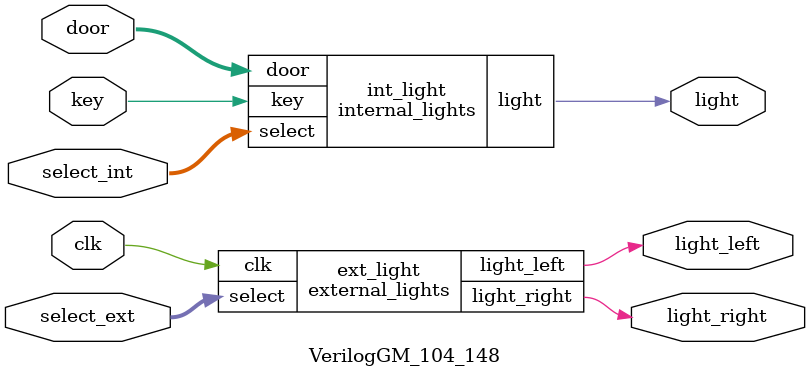
<source format=v>
/*  CAR LIGHT CONTROLLER
	REG NO :			16CO104
						16CO148

	ABSTRACT :			This mini-project is a car light controller which controls all the interior and exterior lights of the car based on the inputs
						at the various switches. The main switch , door switches and the key switch are responsible for the output of the interior light.
						The exterior lights can be controlled using the select lines of the multiplexers.

	FUNCTIONALITIES :	The interior light has the following functionalities :-
							ON
							OFF
							DOOR

						The exterior light has the following functionalities :-
							OFF
							LEFT INDICATOR
							RIGHT INDICATOR
							BREAKDOWN INDICATOR	

	DESCRIPTION OF CODE :	This is the behavioral modelling of the main module which further consists of the internal and the external lights .
							



*/







module internal_lights (
	output reg light,		// internal light
	input key, 				// key switch
	input [0:3] door,		// door switches
	input [0:1] select  	// main switch
);

	
	always @(*)
	begin
		if(select == 0)
			light = 1;

		else if(select == 1)
		begin
			if(door>0 || key>0)
				light = 1;
			else
				light = 0;
		end

		else
			light = 0;
	end

endmodule


module external_lights (
	output reg light_left,		// left indicator
	output reg light_right,		// right indicator
	input [0:1] select,			// controls
	input clk					// clock pulse
);

	always @(*)
	begin
		if(select == 0)
		begin
			light_left = 0;
			light_right = 0;
		end

		else if(select == 1)
		begin
			light_left = 0;
			light_right = clk;
		end

		else if(select == 2)
		begin
			light_left = clk;
			light_right = 0;
		end

		else
		begin
			light_left = clk;
			light_right = clk;
		end
	end

endmodule


module VerilogGM_104_148(
	output light,				//internal light
	input key, 					//key switch
	input [0:3] door,			//door switches
	input [0:1] select_int,		//main switch

	output light_left,			//left indicator
	output light_right,			//right indicator
	input [0:1] select_ext,		//controls
	input clk 					//clock pulse
);

	internal_lights int_light(light, key, door, select_int);
	external_lights ext_light(light_left, light_right, select_ext, clk);

endmodule
</source>
